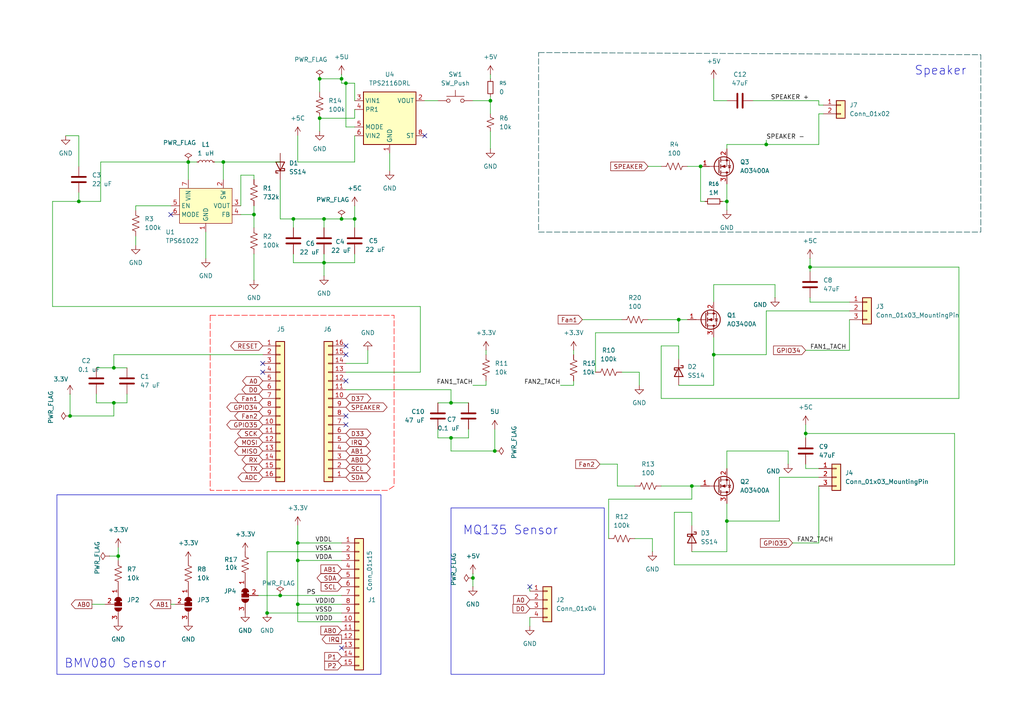
<source format=kicad_sch>
(kicad_sch (version 20250114) (generator "eeschema") (generator_version "9.0")
  (paper "A4")
  (title_block (rev "A4"))
  (rectangle (start 130.81 147.32) (end 175.26 195.58))
  (rectangle (start 16.51 143.51) (end 110.49 195.58))
  (text "BMV080 Sensor" (at 33.528 192.532 0) (effects (font (size 2.54 2.54))))
  (text "MQ135 Sensor" (at 148.082 153.924 0) (effects (font (size 2.54 2.54))))
  (text "Speaker" (at 272.796 20.574 0) (effects (font (size 2.54 2.54))))
  (junction (at 130.81 116.84))
  (junction (at 210.82 58.42))
  (junction (at 99.06 63.5))
  (junction (at 22.86 58.42))
  (junction (at 93.98 63.5))
  (junction (at 99.06 22.86))
  (junction (at 203.2 48.26))
  (junction (at 77.47 177.8))
  (junction (at 85.09 63.5))
  (junction (at 137.16 167.64))
  (junction (at 100.33 24.13))
  (junction (at 33.02 116.84))
  (junction (at 86.36 162.56))
  (junction (at 233.68 125.73))
  (junction (at 207.01 102.87))
  (junction (at 93.98 76.2))
  (junction (at 102.87 63.5))
  (junction (at 54.61 46.99))
  (junction (at 86.36 157.48))
  (junction (at 73.66 62.23))
  (junction (at 222.25 41.91))
  (junction (at 92.71 34.29))
  (junction (at 81.28 172.72))
  (junction (at 200.66 140.97))
  (junction (at 64.77 46.99))
  (junction (at 86.36 175.26))
  (junction (at 92.71 22.86))
  (junction (at 210.82 151.13))
  (junction (at 234.95 77.47))
  (junction (at 143.51 130.81))
  (junction (at 196.85 92.71))
  (junction (at 142.24 29.21))
  (junction (at 33.02 106.68))
  (junction (at 130.81 127))
  (junction (at 20.32 120.65))
  (junction (at 34.29 161.29))
  (no_connect (at 100.33 110.49))
  (no_connect (at 100.33 100.33))
  (no_connect (at 153.67 170.18))
  (no_connect (at 100.33 120.65))
  (no_connect (at 123.19 39.37))
  (no_connect (at 100.33 123.19))
  (no_connect (at 99.06 187.96))
  (no_connect (at 76.2 107.95))
  (no_connect (at 100.33 102.87))
  (no_connect (at 49.53 62.23))
  (no_connect (at 76.2 105.41))
  (wire (pts (xy 74.93 172.72) (xy 81.28 172.72)))
  (wire (pts (xy 229.87 157.48) (xy 237.49 157.48)))
  (wire (pts (xy 196.85 111.76) (xy 207.01 111.76)))
  (wire (pts (xy 77.47 160.02) (xy 77.47 177.8)))
  (wire (pts (xy 210.82 41.91) (xy 210.82 43.18)))
  (wire (pts (xy 210.82 160.02) (xy 210.82 151.13)))
  (wire (pts (xy 33.02 106.68) (xy 36.83 106.68)))
  (wire (pts (xy 69.85 62.23) (xy 73.66 62.23)))
  (wire (pts (xy 99.06 162.56) (xy 86.36 162.56)))
  (wire (pts (xy 203.2 58.42) (xy 204.47 58.42)))
  (wire (pts (xy 27.94 106.68) (xy 33.02 106.68)))
  (wire (pts (xy 207.01 29.21) (xy 210.82 29.21)))
  (wire (pts (xy 92.71 26.67) (xy 92.71 22.86)))
  (wire (pts (xy 15.24 58.42) (xy 22.86 58.42)))
  (wire (pts (xy 191.77 140.97) (xy 200.66 140.97)))
  (wire (pts (xy 81.28 44.45) (xy 81.28 46.99)))
  (wire (pts (xy 179.07 134.62) (xy 179.07 140.97)))
  (wire (pts (xy 33.02 120.65) (xy 33.02 116.84)))
  (wire (pts (xy 196.85 100.33) (xy 191.77 100.33)))
  (wire (pts (xy 34.29 158.75) (xy 34.29 161.29)))
  (wire (pts (xy 187.96 92.71) (xy 196.85 92.71)))
  (wire (pts (xy 54.61 46.99) (xy 54.61 52.07)))
  (wire (pts (xy 210.82 60.96) (xy 210.82 58.42)))
  (wire (pts (xy 102.87 59.69) (xy 102.87 63.5)))
  (wire (pts (xy 73.66 50.8) (xy 73.66 52.07)))
  (wire (pts (xy 27.94 114.3) (xy 27.94 116.84)))
  (wire (pts (xy 176.53 156.21) (xy 176.53 144.78)))
  (wire (pts (xy 222.25 102.87) (xy 207.01 102.87)))
  (wire (pts (xy 121.92 88.9) (xy 121.92 107.95)))
  (wire (pts (xy 81.28 172.72) (xy 99.06 172.72)))
  (wire (pts (xy 142.24 27.94) (xy 142.24 29.21)))
  (wire (pts (xy 102.87 63.5) (xy 102.87 66.04)))
  (wire (pts (xy 137.16 166.37) (xy 137.16 167.64)))
  (wire (pts (xy 233.68 101.6) (xy 246.38 101.6)))
  (wire (pts (xy 137.16 29.21) (xy 142.24 29.21)))
  (wire (pts (xy 30.48 175.26) (xy 26.67 175.26)))
  (wire (pts (xy 130.81 130.81) (xy 130.81 127)))
  (wire (pts (xy 102.87 76.2) (xy 93.98 76.2)))
  (wire (pts (xy 246.38 87.63) (xy 234.95 87.63)))
  (wire (pts (xy 59.69 67.31) (xy 59.69 74.93)))
  (wire (pts (xy 93.98 76.2) (xy 93.98 80.01)))
  (wire (pts (xy 203.2 48.26) (xy 203.2 58.42)))
  (wire (pts (xy 92.71 22.86) (xy 99.06 22.86)))
  (wire (pts (xy 142.24 29.21) (xy 142.24 33.02)))
  (wire (pts (xy 233.68 134.62) (xy 233.68 135.89)))
  (wire (pts (xy 121.92 107.95) (xy 100.33 107.95)))
  (wire (pts (xy 143.51 124.46) (xy 143.51 130.81)))
  (wire (pts (xy 130.81 127) (xy 135.89 127)))
  (wire (pts (xy 49.53 59.69) (xy 39.37 59.69)))
  (wire (pts (xy 81.28 63.5) (xy 85.09 63.5)))
  (wire (pts (xy 234.95 86.36) (xy 234.95 87.63)))
  (wire (pts (xy 100.33 105.41) (xy 106.68 105.41)))
  (wire (pts (xy 195.58 163.83) (xy 276.86 163.83)))
  (wire (pts (xy 100.33 24.13) (xy 100.33 36.83)))
  (wire (pts (xy 31.75 161.29) (xy 34.29 161.29)))
  (wire (pts (xy 93.98 73.66) (xy 93.98 76.2)))
  (wire (pts (xy 34.29 161.29) (xy 34.29 162.56)))
  (wire (pts (xy 127 127) (xy 130.81 127)))
  (wire (pts (xy 191.77 115.57) (xy 278.13 115.57)))
  (wire (pts (xy 233.68 125.73) (xy 233.68 127)))
  (wire (pts (xy 222.25 90.17) (xy 222.25 102.87)))
  (wire (pts (xy 207.01 111.76) (xy 207.01 102.87)))
  (wire (pts (xy 36.83 116.84) (xy 33.02 116.84)))
  (wire (pts (xy 276.86 163.83) (xy 276.86 125.73)))
  (wire (pts (xy 199.39 48.26) (xy 203.2 48.26)))
  (wire (pts (xy 69.85 59.69) (xy 69.85 50.8)))
  (wire (pts (xy 29.21 46.99) (xy 54.61 46.99)))
  (wire (pts (xy 33.02 116.84) (xy 27.94 116.84)))
  (wire (pts (xy 207.01 22.86) (xy 207.01 29.21)))
  (wire (pts (xy 278.13 77.47) (xy 234.95 77.47)))
  (wire (pts (xy 127 124.46) (xy 127 127)))
  (wire (pts (xy 85.09 76.2) (xy 93.98 76.2)))
  (wire (pts (xy 86.36 175.26) (xy 99.06 175.26)))
  (wire (pts (xy 100.33 24.13) (xy 99.06 24.13)))
  (wire (pts (xy 86.36 152.4) (xy 86.36 157.48)))
  (wire (pts (xy 195.58 148.59) (xy 195.58 163.83)))
  (wire (pts (xy 130.81 113.03) (xy 130.81 116.84)))
  (wire (pts (xy 200.66 148.59) (xy 200.66 152.4)))
  (wire (pts (xy 189.23 156.21) (xy 189.23 160.02)))
  (wire (pts (xy 99.06 63.5) (xy 102.87 63.5)))
  (wire (pts (xy 62.23 46.99) (xy 64.77 46.99)))
  (wire (pts (xy 64.77 52.07) (xy 64.77 46.99)))
  (wire (pts (xy 92.71 34.29) (xy 92.71 38.1)))
  (wire (pts (xy 224.79 82.55) (xy 224.79 86.36)))
  (wire (pts (xy 123.19 29.21) (xy 127 29.21)))
  (wire (pts (xy 99.06 21.59) (xy 99.06 22.86)))
  (wire (pts (xy 102.87 46.99) (xy 86.36 46.99)))
  (wire (pts (xy 237.49 33.02) (xy 238.76 33.02)))
  (wire (pts (xy 85.09 63.5) (xy 93.98 63.5)))
  (wire (pts (xy 33.02 102.87) (xy 76.2 102.87)))
  (wire (pts (xy 237.49 29.21) (xy 237.49 30.48)))
  (wire (pts (xy 142.24 22.86) (xy 142.24 21.59)))
  (wire (pts (xy 176.53 144.78) (xy 200.66 144.78)))
  (wire (pts (xy 102.87 24.13) (xy 102.87 29.21)))
  (wire (pts (xy 210.82 151.13) (xy 210.82 146.05)))
  (wire (pts (xy 210.82 41.91) (xy 222.25 41.91)))
  (wire (pts (xy 81.28 46.99) (xy 64.77 46.99)))
  (wire (pts (xy 86.36 180.34) (xy 86.36 175.26)))
  (wire (pts (xy 172.72 107.95) (xy 172.72 96.52)))
  (wire (pts (xy 200.66 160.02) (xy 210.82 160.02)))
  (wire (pts (xy 15.24 58.42) (xy 15.24 88.9)))
  (wire (pts (xy 22.86 48.26) (xy 22.86 39.37)))
  (wire (pts (xy 168.91 92.71) (xy 180.34 92.71)))
  (wire (pts (xy 226.06 151.13) (xy 210.82 151.13)))
  (wire (pts (xy 228.6 130.81) (xy 228.6 134.62)))
  (wire (pts (xy 200.66 148.59) (xy 195.58 148.59)))
  (wire (pts (xy 191.77 100.33) (xy 191.77 115.57)))
  (wire (pts (xy 196.85 100.33) (xy 196.85 104.14)))
  (wire (pts (xy 135.89 124.46) (xy 135.89 127)))
  (wire (pts (xy 207.01 102.87) (xy 207.01 97.79)))
  (wire (pts (xy 200.66 140.97) (xy 203.2 140.97)))
  (wire (pts (xy 180.34 107.95) (xy 185.42 107.95)))
  (wire (pts (xy 207.01 87.63) (xy 207.01 82.55)))
  (wire (pts (xy 73.66 73.66) (xy 73.66 81.28)))
  (wire (pts (xy 20.32 120.65) (xy 33.02 120.65)))
  (wire (pts (xy 210.82 130.81) (xy 228.6 130.81)))
  (wire (pts (xy 140.97 101.6) (xy 140.97 102.87)))
  (wire (pts (xy 200.66 144.78) (xy 200.66 140.97)))
  (wire (pts (xy 49.53 175.26) (xy 50.8 175.26)))
  (wire (pts (xy 246.38 92.71) (xy 246.38 101.6)))
  (wire (pts (xy 22.86 39.37) (xy 19.05 39.37)))
  (wire (pts (xy 39.37 68.58) (xy 39.37 71.12)))
  (wire (pts (xy 15.24 88.9) (xy 121.92 88.9)))
  (wire (pts (xy 54.61 46.99) (xy 57.15 46.99)))
  (wire (pts (xy 69.85 50.8) (xy 73.66 50.8)))
  (wire (pts (xy 226.06 138.43) (xy 226.06 151.13)))
  (wire (pts (xy 184.15 156.21) (xy 189.23 156.21)))
  (wire (pts (xy 210.82 135.89) (xy 210.82 130.81)))
  (wire (pts (xy 93.98 63.5) (xy 93.98 66.04)))
  (wire (pts (xy 130.81 116.84) (xy 127 116.84)))
  (wire (pts (xy 187.96 48.26) (xy 191.77 48.26)))
  (wire (pts (xy 196.85 96.52) (xy 196.85 92.71)))
  (wire (pts (xy 140.97 110.49) (xy 140.97 111.76)))
  (wire (pts (xy 166.37 101.6) (xy 166.37 102.87)))
  (wire (pts (xy 102.87 36.83) (xy 100.33 36.83)))
  (wire (pts (xy 113.03 44.45) (xy 113.03 49.53)))
  (wire (pts (xy 153.67 170.18) (xy 153.67 171.45)))
  (wire (pts (xy 246.38 90.17) (xy 222.25 90.17)))
  (wire (pts (xy 234.95 77.47) (xy 234.95 78.74)))
  (wire (pts (xy 210.82 58.42) (xy 210.82 53.34)))
  (wire (pts (xy 237.49 140.97) (xy 237.49 157.48)))
  (wire (pts (xy 20.32 114.3) (xy 20.32 120.65)))
  (wire (pts (xy 86.36 175.26) (xy 86.36 162.56)))
  (wire (pts (xy 29.21 46.99) (xy 29.21 58.42)))
  (wire (pts (xy 102.87 46.99) (xy 102.87 39.37)))
  (wire (pts (xy 86.36 162.56) (xy 86.36 157.48)))
  (wire (pts (xy 100.33 113.03) (xy 130.81 113.03)))
  (wire (pts (xy 81.28 52.07) (xy 81.28 63.5)))
  (wire (pts (xy 233.68 123.19) (xy 233.68 125.73)))
  (wire (pts (xy 85.09 63.5) (xy 85.09 66.04)))
  (wire (pts (xy 85.09 73.66) (xy 85.09 76.2)))
  (wire (pts (xy 36.83 114.3) (xy 36.83 116.84)))
  (wire (pts (xy 102.87 73.66) (xy 102.87 76.2)))
  (wire (pts (xy 237.49 30.48) (xy 238.76 30.48)))
  (wire (pts (xy 276.86 125.73) (xy 233.68 125.73)))
  (wire (pts (xy 73.66 62.23) (xy 73.66 66.04)))
  (wire (pts (xy 86.36 157.48) (xy 99.06 157.48)))
  (wire (pts (xy 166.37 110.49) (xy 166.37 111.76)))
  (wire (pts (xy 33.02 102.87) (xy 33.02 106.68)))
  (wire (pts (xy 99.06 22.86) (xy 99.06 24.13)))
  (wire (pts (xy 92.71 34.29) (xy 102.87 34.29)))
  (wire (pts (xy 196.85 92.71) (xy 199.39 92.71)))
  (wire (pts (xy 93.98 63.5) (xy 99.06 63.5)))
  (wire (pts (xy 173.99 134.62) (xy 179.07 134.62)))
  (wire (pts (xy 237.49 138.43) (xy 226.06 138.43)))
  (wire (pts (xy 234.95 74.93) (xy 234.95 77.47)))
  (wire (pts (xy 73.66 59.69) (xy 73.66 62.23)))
  (wire (pts (xy 278.13 115.57) (xy 278.13 77.47)))
  (wire (pts (xy 99.06 160.02) (xy 77.47 160.02)))
  (wire (pts (xy 140.97 111.76) (xy 137.16 111.76)))
  (wire (pts (xy 142.24 38.1) (xy 142.24 43.18)))
  (wire (pts (xy 153.67 179.07) (xy 153.67 181.61)))
  (wire (pts (xy 99.06 180.34) (xy 86.36 180.34)))
  (wire (pts (xy 137.16 167.64) (xy 137.16 170.18)))
  (wire (pts (xy 237.49 135.89) (xy 233.68 135.89)))
  (wire (pts (xy 209.55 58.42) (xy 210.82 58.42)))
  (wire (pts (xy 22.86 55.88) (xy 22.86 58.42)))
  (wire (pts (xy 166.37 111.76) (xy 162.56 111.76)))
  (wire (pts (xy 135.89 116.84) (xy 130.81 116.84)))
  (wire (pts (xy 222.25 40.64) (xy 222.25 41.91)))
  (wire (pts (xy 22.86 58.42) (xy 29.21 58.42)))
  (wire (pts (xy 222.25 41.91) (xy 237.49 41.91)))
  (wire (pts (xy 102.87 34.29) (xy 102.87 31.75)))
  (wire (pts (xy 106.68 105.41) (xy 106.68 101.6)))
  (wire (pts (xy 86.36 39.37) (xy 86.36 46.99)))
  (wire (pts (xy 185.42 107.95) (xy 185.42 111.76)))
  (wire (pts (xy 102.87 24.13) (xy 100.33 24.13)))
  (wire (pts (xy 218.44 29.21) (xy 237.49 29.21)))
  (wire (pts (xy 77.47 177.8) (xy 99.06 177.8)))
  (wire (pts (xy 172.72 96.52) (xy 196.85 96.52)))
  (wire (pts (xy 207.01 82.55) (xy 224.79 82.55)))
  (wire (pts (xy 179.07 140.97) (xy 184.15 140.97)))
  (wire (pts (xy 39.37 59.69) (xy 39.37 60.96)))
  (wire (pts (xy 237.49 41.91) (xy 237.49 33.02)))
  (wire (pts (xy 143.51 130.81) (xy 130.81 130.81)))
  (label "VDDIO" (at 91.44 175.26 0))
  (label "FAN1_TACH" (at 234.95 101.6 0))
  (label "VSSD" (at 91.44 177.8 0))
  (label "PS" (at 88.9 172.72 0))
  (label "SPEAKER -" (at 222.25 40.64 0))
  (label "VDDA" (at 91.44 162.56 0))
  (label "VDDD" (at 91.44 180.34 0))
  (label "VDDL" (at 91.44 157.48 0))
  (label "FAN2_TACH" (at 162.56 111.76 180))
  (label "SPEAKER +" (at 223.52 29.21 0))
  (label "VSSA" (at 91.44 160.02 0))
  (label "FAN2_TACH" (at 231.14 157.48 0))
  (label "FAN1_TACH" (at 137.16 111.76 180))
  (global_label "AB1" (shape input) (at 99.06 165.1 180) (property "Intersheetrefs" "${INTERSHEET_REFS}" (effects (hide yes))))
  (global_label "SCK" (shape bidirectional) (at 76.2 125.73 180) (property "Intersheetrefs" "${INTERSHEET_REFS}" (effects (hide yes))))
  (global_label "RX" (shape bidirectional) (at 76.2 133.35 180) (property "Intersheetrefs" "${INTERSHEET_REFS}" (effects (hide yes))))
  (global_label "D33" (shape bidirectional) (at 100.33 125.73 0) (property "Intersheetrefs" "${INTERSHEET_REFS}" (effects (hide yes))))
  (global_label "Fan2" (shape bidirectional) (at 76.2 120.65 180) (property "Intersheetrefs" "${INTERSHEET_REFS}" (effects (hide yes))))
  (global_label "SCL" (shape bidirectional) (at 100.33 135.89 0) (property "Intersheetrefs" "${INTERSHEET_REFS}" (effects (hide yes))))
  (global_label "D37" (shape bidirectional) (at 100.33 115.57 0) (property "Intersheetrefs" "${INTERSHEET_REFS}" (effects (hide yes))))
  (global_label "TX" (shape bidirectional) (at 76.2 135.89 180) (property "Intersheetrefs" "${INTERSHEET_REFS}" (effects (hide yes))))
  (global_label "IRQ" (shape bidirectional) (at 100.33 128.27 0) (property "Intersheetrefs" "${INTERSHEET_REFS}" (effects (hide yes))))
  (global_label "Fan2" (shape input) (at 173.99 134.62 180) (property "Intersheetrefs" "${INTERSHEET_REFS}" (effects (hide yes))))
  (global_label "P1" (shape input) (at 99.06 190.5 180) (property "Intersheetrefs" "${INTERSHEET_REFS}" (effects (hide yes))))
  (global_label "AB0" (shape input) (at 99.06 182.88 180) (property "Intersheetrefs" "${INTERSHEET_REFS}" (effects (hide yes))))
  (global_label "IRQ" (shape output) (at 99.06 185.42 180) (property "Intersheetrefs" "${INTERSHEET_REFS}" (effects (hide yes))))
  (global_label "GPIO34" (shape bidirectional) (at 76.2 118.11 180) (property "Intersheetrefs" "${INTERSHEET_REFS}" (effects (hide yes))))
  (global_label "AB1" (shape bidirectional) (at 100.33 130.81 0) (property "Intersheetrefs" "${INTERSHEET_REFS}" (effects (hide yes))))
  (global_label "SDA" (shape bidirectional) (at 100.33 138.43 0) (property "Intersheetrefs" "${INTERSHEET_REFS}" (effects (hide yes))))
  (global_label "D0" (shape bidirectional) (at 76.2 113.03 180) (property "Intersheetrefs" "${INTERSHEET_REFS}" (effects (hide yes))))
  (global_label "GPIO35" (shape input) (at 229.87 157.48 180) (property "Intersheetrefs" "${INTERSHEET_REFS}" (effects (hide yes))))
  (global_label "A0" (shape input) (at 153.67 173.99 180) (property "Intersheetrefs" "${INTERSHEET_REFS}" (effects (hide yes))))
  (global_label "Fan1" (shape bidirectional) (at 76.2 115.57 180) (property "Intersheetrefs" "${INTERSHEET_REFS}" (effects (hide yes))))
  (global_label "MISO" (shape bidirectional) (at 76.2 130.81 180) (property "Intersheetrefs" "${INTERSHEET_REFS}" (effects (hide yes))))
  (global_label "GPIO35" (shape bidirectional) (at 76.2 123.19 180) (property "Intersheetrefs" "${INTERSHEET_REFS}" (effects (hide yes))))
  (global_label "SCL" (shape input) (at 99.06 170.18 180) (property "Intersheetrefs" "${INTERSHEET_REFS}" (effects (hide yes))))
  (global_label "AB1" (shape output) (at 49.53 175.26 180) (property "Intersheetrefs" "${INTERSHEET_REFS}" (effects (hide yes))))
  (global_label "SPEAKER" (shape input) (at 187.96 48.26 180) (property "Intersheetrefs" "${INTERSHEET_REFS}" (effects (hide yes))))
  (global_label "GPIO34" (shape input) (at 233.68 101.6 180) (property "Intersheetrefs" "${INTERSHEET_REFS}" (effects (hide yes))))
  (global_label "Fan1" (shape input) (at 168.91 92.71 180) (property "Intersheetrefs" "${INTERSHEET_REFS}" (effects (hide yes))))
  (global_label "MOSI" (shape bidirectional) (at 76.2 128.27 180) (property "Intersheetrefs" "${INTERSHEET_REFS}" (effects (hide yes))))
  (global_label "RESET" (shape bidirectional) (at 76.2 100.33 180) (property "Intersheetrefs" "${INTERSHEET_REFS}" (effects (hide yes))))
  (global_label "ADC" (shape bidirectional) (at 76.2 138.43 180) (property "Intersheetrefs" "${INTERSHEET_REFS}" (effects (hide yes))))
  (global_label "AB0" (shape output) (at 26.67 175.26 180) (property "Intersheetrefs" "${INTERSHEET_REFS}" (effects (hide yes))))
  (global_label "AB0" (shape bidirectional) (at 100.33 133.35 0) (property "Intersheetrefs" "${INTERSHEET_REFS}" (effects (hide yes))))
  (global_label "D0" (shape input) (at 153.67 176.53 180) (property "Intersheetrefs" "${INTERSHEET_REFS}" (effects (hide yes))))
  (global_label "P2" (shape input) (at 99.06 193.04 180) (property "Intersheetrefs" "${INTERSHEET_REFS}" (effects (hide yes))))
  (global_label "A0" (shape bidirectional) (at 76.2 110.49 180) (property "Intersheetrefs" "${INTERSHEET_REFS}" (effects (hide yes))))
  (global_label "SPEAKER" (shape bidirectional) (at 100.33 118.11 0) (property "Intersheetrefs" "${INTERSHEET_REFS}" (effects (hide yes))))
  (global_label "SDA" (shape bidirectional) (at 99.06 167.64 180) (property "Intersheetrefs" "${INTERSHEET_REFS}" (effects (hide yes))))
  (rule_area (polyline (pts (xy 60.96 91.44) (xy 114.3 91.44) (xy 114.3 140.97) (xy 112.395 142.24) (xy 62.865 142.24) (xy 60.96 142.24)) (stroke (width 0) (type dash))))
  (rule_area (polyline (pts (xy 156.21 15.24) (xy 284.48 15.875) (xy 284.48 67.31) (xy 247.65 67.31) (xy 198.12 67.31) (xy 156.21 67.31)) (stroke (width 0) (type dash) (color 0 72 72 1))))
  (symbol (lib_id "power:PWR_FLAG") (at 54.61 46.99 0) (unit 1)
    (property "Reference" "#FLG02" (effects (hide yes)))
    (property "Value" "PWR_FLAG" (at 52.07 41.402 0))
    (property "Description" "Special symbol for telling ERC where power comes from" (effects (hide yes)))
  )
  (symbol (lib_id "power:GND") (at 92.71 38.1 0) (unit 1)
    (property "Reference" "#PWR034" (effects (hide yes)))
    (property "Value" "GND" (at 92.71 43.18 0))
    (property "Description" "Power symbol creates a global label with name \"GND\" , ground" (effects (hide yes)))
  )
  (symbol (lib_id "power:+3.3V") (at 140.97 101.6 0) (unit 1)
    (property "Reference" "#PWR024" (effects (hide yes)))
    (property "Value" "+3.3V" (at 140.97 96.52 0))
    (property "Description" "Power symbol creates a global label with name \"+3.3V\"" (effects (hide yes)))
  )
  (symbol (lib_id "Jumper:SolderJumper_3_Bridged12") (at 34.29 175.26 270) (unit 1) (in_bom no)
    (property "Reference" "JP2" (at 36.83 173.9899 90) (effects (justify left)))
    (property "Value" "SolderJumper_3_Bridged12" (effects (hide yes)))
    (property "Footprint" "Jumper:SolderJumper-3_P1.3mm_Bridged12_Pad1.0x1.5mm" (effects (hide yes)))
    (property "Description" "3-pole Solder Jumper, pins 1+2 closed/bridged" (effects (hide yes)))
  )
  (symbol (lib_id "power:PWR_FLAG") (at 143.51 130.81 270) (unit 1)
    (property "Reference" "#FLG06" (effects (hide yes)))
    (property "Value" "PWR_FLAG" (at 149.098 128.27 0))
    (property "Description" "Special symbol for telling ERC where power comes from" (effects (hide yes)))
  )
  (symbol (lib_id "power:+5V") (at 143.51 124.46 0) (mirror y) (unit 1)
    (property "Reference" "#PWR09" (effects (hide yes)))
    (property "Value" "5U" (at 143.51 119.38 0))
    (property "Description" "Power symbol creates a global label with name \"+5V\"" (effects (hide yes)))
  )
  (symbol (lib_id "power:PWR_FLAG") (at 99.06 63.5 0) (unit 1)
    (property "Reference" "#FLG04" (effects (hide yes)))
    (property "Value" "PWR_FLAG" (at 96.52 57.912 0))
    (property "Description" "Special symbol for telling ERC where power comes from" (effects (hide yes)))
  )
  (symbol (lib_id "power:+3.3V") (at 34.29 158.75 0) (unit 1)
    (property "Reference" "#PWR014" (effects (hide yes)))
    (property "Value" "+3.3V" (at 34.29 153.67 0))
    (property "Description" "Power symbol creates a global label with name \"+3.3V\"" (effects (hide yes)))
  )
  (symbol (lib_id "Device:R_US") (at 180.34 156.21 90) (unit 1)
    (property "Reference" "R12" (at 180.34 149.86 90))
    (property "Value" "100k" (at 180.34 152.4 90))
    (property "Footprint" "Resistor_SMD:R_0805_2012Metric_Pad1.20x1.40mm_HandSolder" (effects (hide yes)))
    (property "Description" "Resistor, US symbol" (effects (hide yes)))
  )
  (symbol (lib_id "power:+3.3V") (at 166.37 101.6 0) (unit 1)
    (property "Reference" "#PWR030" (effects (hide yes)))
    (property "Value" "+3.3V" (at 166.37 96.52 0))
    (property "Description" "Power symbol creates a global label with name \"+3.3V\"" (effects (hide yes)))
  )
  (symbol (lib_id "power:GND") (at 153.67 181.61 0) (unit 1)
    (property "Reference" "#PWR018" (effects (hide yes)))
    (property "Value" "GND" (at 153.67 186.69 0))
    (property "Description" "Power symbol creates a global label with name \"GND\" , ground" (effects (hide yes)))
  )
  (symbol (lib_id "power:PWR_FLAG") (at 92.71 22.86 0) (unit 1)
    (property "Reference" "#FLG03" (effects (hide yes)))
    (property "Value" "PWR_FLAG" (at 90.17 17.272 0))
    (property "Description" "Special symbol for telling ERC where power comes from" (effects (hide yes)))
  )
  (symbol (lib_id "Device:R_Small") (at 142.24 25.4 0) (unit 1)
    (property "Reference" "R5" (at 144.78 24.1299 0) (effects (font (size 1.016 1.016)) (justify left)))
    (property "Value" "0" (at 144.78 26.6699 0) (effects (justify left)))
    (property "Footprint" "Resistor_SMD:R_0805_2012Metric_Pad1.20x1.40mm_HandSolder" (effects (hide yes)))
    (property "Description" "Resistor, small symbol" (effects (hide yes)))
  )
  (symbol (lib_id "Connector_Generic:Conn_01x15") (at 104.14 175.26 0) (unit 1)
    (property "Reference" "J1" (at 106.68 173.9899 0) (effects (justify left)))
    (property "Value" "Conn_01x15" (at 107.188 171.45 90) (effects (justify left)))
    (property "Footprint" "Connector_FFC-FPC:Molex_200528-0130_1x13-1MP_P1.00mm_Horizontal" (effects (hide yes)))
    (property "Description" "Generic connector, single row, 01x15, script generated (kicad-library-utils/schlib/autogen/connector/)" (effects (hide yes)))
  )
  (symbol (lib_id "power:GND") (at 39.37 71.12 0) (unit 1)
    (property "Reference" "#PWR07" (effects (hide yes)))
    (property "Value" "GND" (at 39.37 76.2 0))
    (property "Description" "Power symbol creates a global label with name \"GND\" , ground" (effects (hide yes)))
  )
  (symbol (lib_id "Device:R_US") (at 166.37 106.68 180) (unit 1)
    (property "Reference" "R15" (at 168.91 105.4099 0) (effects (justify right)))
    (property "Value" "10k" (at 168.91 107.9499 0) (effects (justify right)))
    (property "Footprint" "Resistor_SMD:R_0805_2012Metric_Pad1.20x1.40mm_HandSolder" (effects (hide yes)))
    (property "Description" "Resistor, US symbol" (effects (hide yes)))
  )
  (symbol (lib_id "Transistor_FET:AO3400A") (at 208.28 48.26 0) (mirror x) (unit 1)
    (property "Reference" "Q3" (at 214.63 46.9899 0) (effects (justify left)))
    (property "Value" "AO3400A" (at 214.63 49.5299 0) (effects (justify left)))
    (property "Footprint" "Package_TO_SOT_SMD:SOT-23" (effects (hide yes)))
    (property "Datasheet" "http://www.aosmd.com/pdfs/datasheet/AO3400A.pdf" (effects (hide yes)))
    (property "Description" "30V Vds, 5.7A Id, N-Channel MOSFET, SOT-23" (effects (hide yes)))
  )
  (symbol (lib_id "Device:C") (at 22.86 52.07 0) (unit 1)
    (property "Reference" "C3" (at 26.67 50.7999 0) (effects (justify left)))
    (property "Value" "22 uF" (at 26.67 53.3399 0) (effects (justify left)))
    (property "Footprint" "Capacitor_SMD:C_0805_2012Metric_Pad1.18x1.45mm_HandSolder" (effects (hide yes)))
    (property "Description" "Unpolarized capacitor" (effects (hide yes)))
  )
  (symbol (lib_id "power:PWR_FLAG") (at 137.16 167.64 90) (mirror x) (unit 1)
    (property "Reference" "#FLG09" (effects (hide yes)))
    (property "Value" "PWR_FLAG" (at 131.572 165.1 0))
    (property "Description" "Special symbol for telling ERC where power comes from" (effects (hide yes)))
  )
  (symbol (lib_id "power:GND") (at 228.6 134.62 0) (unit 1)
    (property "Reference" "#PWR027" (effects (hide yes)))
    (property "Value" "GND" (at 224.282 136.652 0))
    (property "Description" "Power symbol creates a global label with name \"GND\" , ground" (effects (hide yes)))
  )
  (symbol (lib_id "Device:C") (at 214.63 29.21 90) (unit 1)
    (property "Reference" "C12" (at 214.63 21.59 90))
    (property "Value" "47uF" (at 214.63 24.13 90))
    (property "Footprint" "Capacitor_SMD:C_0805_2012Metric_Pad1.18x1.45mm_HandSolder" (effects (hide yes)))
    (property "Description" "Unpolarized capacitor" (effects (hide yes)))
  )
  (symbol (lib_id "Device:C") (at 27.94 110.49 0) (unit 1)
    (property "Reference" "C2" (at 23.622 104.648 0) (effects (justify left)))
    (property "Value" "0.1 uF" (at 22.606 107.188 0) (effects (justify left)))
    (property "Footprint" "Capacitor_SMD:C_0805_2012Metric_Pad1.18x1.45mm_HandSolder" (effects (hide yes)))
    (property "Description" "Unpolarized capacitor" (effects (hide yes)))
  )
  (symbol (lib_id "Device:R_Small_US") (at 142.24 35.56 0) (unit 1)
    (property "Reference" "R6" (at 144.78 34.2899 0) (effects (justify left)))
    (property "Value" "10k" (at 144.78 36.8299 0) (effects (justify left)))
    (property "Footprint" "Resistor_SMD:R_0805_2012Metric_Pad1.20x1.40mm_HandSolder" (effects (hide yes)))
    (property "Description" "Resistor, small US symbol" (effects (hide yes)))
  )
  (symbol (lib_id "power:+5V") (at 137.16 166.37 0) (unit 1)
    (property "Reference" "#PWR021" (effects (hide yes)))
    (property "Value" "+5V" (at 137.16 161.29 0))
    (property "Description" "Power symbol creates a global label with name \"+5V\"" (effects (hide yes)))
  )
  (symbol (lib_id "power:+5V") (at 207.01 22.86 0) (unit 1)
    (property "Reference" "#PWR035" (effects (hide yes)))
    (property "Value" "+5V" (at 207.01 17.78 0))
    (property "Description" "Power symbol creates a global label with name \"+5V\"" (effects (hide yes)))
  )
  (symbol (lib_id "power:GND") (at 224.79 86.36 0) (unit 1)
    (property "Reference" "#PWR023" (effects (hide yes)))
    (property "Value" "GND" (at 220.472 88.392 0))
    (property "Description" "Power symbol creates a global label with name \"GND\" , ground" (effects (hide yes)))
  )
  (symbol (lib_id "power:GND") (at 19.05 39.37 0) (unit 1)
    (property "Reference" "#PWR02" (effects (hide yes)))
    (property "Value" "GND" (at 19.05 44.45 0))
    (property "Description" "Power symbol creates a global label with name \"GND\" , ground" (effects (hide yes)))
  )
  (symbol (lib_id "power:GND") (at 34.29 180.34 0) (unit 1)
    (property "Reference" "#PWR012" (effects (hide yes)))
    (property "Value" "GND" (at 34.29 185.42 0))
    (property "Description" "Power symbol creates a global label with name \"GND\" , ground" (effects (hide yes)))
  )
  (symbol (lib_id "Device:C") (at 102.87 69.85 0) (unit 1)
    (property "Reference" "C5" (at 106.934 69.85 0) (effects (justify left)))
    (property "Value" "22 uF" (at 105.918 72.39 0) (effects (justify left)))
    (property "Footprint" "Capacitor_SMD:C_0805_2012Metric_Pad1.18x1.45mm_HandSolder" (effects (hide yes)))
    (property "Description" "Unpolarized capacitor" (effects (hide yes)))
  )
  (symbol (lib_id "Device:R_US") (at 140.97 106.68 180) (unit 1)
    (property "Reference" "R11" (at 143.51 105.4099 0) (effects (justify right)))
    (property "Value" "10k" (at 143.51 107.9499 0) (effects (justify right)))
    (property "Footprint" "Resistor_SMD:R_0805_2012Metric_Pad1.20x1.40mm_HandSolder" (effects (hide yes)))
    (property "Description" "Resistor, US symbol" (effects (hide yes)))
  )
  (symbol (lib_id "power:GND") (at 189.23 160.02 0) (unit 1)
    (property "Reference" "#PWR020" (effects (hide yes)))
    (property "Value" "GND" (at 189.23 165.1 0))
    (property "Description" "Power symbol creates a global label with name \"GND\" , ground" (effects (hide yes)))
  )
  (symbol (lib_id "Device:R_US") (at 92.71 30.48 180) (unit 1)
    (property "Reference" "R14" (at 95.25 29.2099 0) (effects (justify right)))
    (property "Value" "100k" (at 95.25 31.7499 0) (effects (justify right)))
    (property "Footprint" "Resistor_SMD:R_0805_2012Metric_Pad1.20x1.40mm_HandSolder" (effects (hide yes)))
    (property "Description" "Resistor, US symbol" (effects (hide yes)))
  )
  (symbol (lib_name "Conn_01x03_MountingPin_1") (lib_id "Connector_Generic_MountingPin:Conn_01x03_MountingPin") (at 251.46 90.17 0) (unit 1)
    (property "Reference" "J3" (at 254 88.8999 0) (effects (justify left)))
    (property "Value" "Conn_01x03_MountingPin" (at 254 91.4399 0) (effects (justify left)))
    (property "Footprint" "Connector_Molex:Molex_CLIK-Mate_502382-0370_1x03-1MP_P1.25mm_Vertical" (effects (hide yes)))
    (property "Description" "Generic connectable mounting pin connector, single row, 01x03, script generated (kicad-library-utils/schlib/autogen/connector/)" (effects (hide yes)))
  )
  (symbol (lib_id "Device:R_US") (at 195.58 48.26 90) (unit 1)
    (property "Reference" "R4" (at 195.58 41.91 90))
    (property "Value" "100" (at 195.58 44.45 90))
    (property "Footprint" "Resistor_SMD:R_0805_2012Metric_Pad1.20x1.40mm_HandSolder" (effects (hide yes)))
    (property "Description" "Resistor, US symbol" (effects (hide yes)))
  )
  (symbol (lib_id "Connector_Generic:Conn_01x16") (at 81.28 118.11 0) (unit 1)
    (property "Reference" "J5" (at 80.264 95.504 0) (effects (justify left)))
    (property "Value" "Conn_01x16" (effects (hide yes)))
    (property "Footprint" "Connector_PinSocket_2.00mm:PinSocket_1x16_P2.00mm_Vertical" (effects (hide yes)))
    (property "Description" "Generic connector, single row, 01x16, script generated (kicad-library-utils/schlib/autogen/connector/)" (effects (hide yes)))
  )
  (symbol (lib_id "power:GND") (at 142.24 43.18 0) (unit 1)
    (property "Reference" "#PWR010" (effects (hide yes)))
    (property "Value" "GND" (at 142.24 48.26 0))
    (property "Description" "Power symbol creates a global label with name \"GND\" , ground" (effects (hide yes)))
  )
  (symbol (lib_id "Device:C") (at 233.68 130.81 0) (unit 1)
    (property "Reference" "C9" (at 237.49 129.5399 0) (effects (justify left)))
    (property "Value" "47uF" (at 237.49 132.0799 0) (effects (justify left)))
    (property "Footprint" "Capacitor_SMD:C_0805_2012Metric_Pad1.18x1.45mm_HandSolder" (effects (hide yes)))
    (property "Description" "Unpolarized capacitor" (effects (hide yes)))
  )
  (symbol (lib_id "Connector_Generic:Conn_01x04") (at 158.75 173.99 0) (unit 1)
    (property "Reference" "J2" (at 161.29 173.9899 0) (effects (justify left)))
    (property "Value" "Conn_01x04" (at 161.29 176.5299 0) (effects (justify left)))
    (property "Footprint" "Connector_PinSocket_2.00mm:PinSocket_1x04_P2.00mm_Horizontal" (effects (hide yes)))
    (property "Description" "Generic connector, single row, 01x04, script generated (kicad-library-utils/schlib/autogen/connector/)" (effects (hide yes)))
  )
  (symbol (lib_id "power:GND") (at 137.16 170.18 0) (unit 1)
    (property "Reference" "#PWR019" (effects (hide yes)))
    (property "Value" "GND" (at 137.16 175.26 0))
    (property "Description" "Power symbol creates a global label with name \"GND\" , ground" (effects (hide yes)))
  )
  (symbol (lib_id "Device:C") (at 234.95 82.55 0) (unit 1)
    (property "Reference" "C8" (at 238.76 81.2799 0) (effects (justify left)))
    (property "Value" "47uF" (at 238.76 83.8199 0) (effects (justify left)))
    (property "Footprint" "Capacitor_SMD:C_0805_2012Metric_Pad1.18x1.45mm_HandSolder" (effects (hide yes)))
    (property "Description" "Unpolarized capacitor" (effects (hide yes)))
  )
  (symbol (lib_id "power:+5C") (at 102.87 59.69 0) (unit 1)
    (property "Reference" "#PWR03" (effects (hide yes)))
    (property "Value" "+5C" (at 102.87 54.61 0))
    (property "Description" "Power symbol creates a global label with name \"+5C\"" (effects (hide yes)))
  )
  (symbol (lib_id "Device:R_US") (at 34.29 166.37 0) (unit 1)
    (property "Reference" "R7" (at 36.83 165.0999 0) (effects (justify left)))
    (property "Value" "10k" (at 36.83 167.6399 0) (effects (justify left)))
    (property "Footprint" "Resistor_SMD:R_0805_2012Metric_Pad1.20x1.40mm_HandSolder" (effects (hide yes)))
    (property "Description" "Resistor, US symbol" (effects (hide yes)))
  )
  (symbol (lib_id "power:PWR_FLAG") (at 31.75 161.29 90) (unit 1)
    (property "Reference" "#FLG01" (effects (hide yes)))
    (property "Value" "PWR_FLAG" (at 28.194 161.798 0))
    (property "Description" "Special symbol for telling ERC where power comes from" (effects (hide yes)))
  )
  (symbol (lib_id "Converter_DCDC:TPS61022") (at 59.69 59.69 0) (unit 1)
    (property "Reference" "U1" (at 48.006 67.31 0) (effects (justify left)))
    (property "Value" "TPS61022" (at 48.006 69.85 0) (effects (justify left)))
    (property "Footprint" "Package_DFN_QFN:Texas_RWU0007A_VQFN-7_2x2mm_P0.5mm" (effects (hide yes)))
    (property "Datasheet" "https://www.ti.com/lit/ds/symlink/tps61022.pdf" (effects (hide yes)))
    (property "Description" "8A Boost Converter, 0.5-5.5 V input, 2.2-5.5V output, Texas RWU0007A VQFN-7" (effects (hide yes)))
  )
  (symbol (lib_id "Device:C") (at 36.83 110.49 0) (unit 1)
    (property "Reference" "C1" (at 40.64 109.2199 0) (effects (justify left)))
    (property "Value" "47 uF" (at 40.64 111.7599 0) (effects (justify left)))
    (property "Footprint" "Capacitor_SMD:C_0805_2012Metric_Pad1.18x1.45mm_HandSolder" (effects (hide yes)))
    (property "Description" "Unpolarized capacitor" (effects (hide yes)))
  )
  (symbol (lib_id "power:+5C") (at 234.95 74.93 0) (unit 1)
    (property "Reference" "#PWR025" (effects (hide yes)))
    (property "Value" "+5C" (at 234.95 69.85 0))
    (property "Description" "Power symbol creates a global label with name \"+5C\"" (effects (hide yes)))
  )
  (symbol (lib_id "Device:C") (at 85.09 69.85 0) (unit 1)
    (property "Reference" "C6" (at 88.646 70.612 0) (effects (justify left)))
    (property "Value" "22 uF" (at 86.868 73.152 0) (effects (justify left)))
    (property "Footprint" "Capacitor_SMD:C_0805_2012Metric_Pad1.18x1.45mm_HandSolder" (effects (hide yes)))
    (property "Description" "Unpolarized capacitor" (effects (hide yes)))
  )
  (symbol (lib_id "power:+3.3V") (at 86.36 152.4 0) (unit 1)
    (property "Reference" "#PWR037" (effects (hide yes)))
    (property "Value" "+3.3V" (at 86.36 147.32 0))
    (property "Description" "Power symbol creates a global label with name \"+3.3V\"" (effects (hide yes)))
  )
  (symbol (lib_id "Jumper:SolderJumper_3_Bridged12") (at 71.12 172.72 90) (mirror x) (unit 1) (in_bom no)
    (property "Reference" "JP4" (at 68.58 171.4499 90) (effects (justify left)))
    (property "Value" "SolderJumper_3_Bridged12" (effects (hide yes)))
    (property "Footprint" "Jumper:SolderJumper-3_P1.3mm_Bridged12_Pad1.0x1.5mm" (effects (hide yes)))
    (property "Description" "3-pole Solder Jumper, pins 1+2 closed/bridged" (effects (hide yes)))
  )
  (symbol (lib_id "power:+5C") (at 233.68 123.19 0) (unit 1)
    (property "Reference" "#PWR029" (effects (hide yes)))
    (property "Value" "+5C" (at 233.68 118.11 0))
    (property "Description" "Power symbol creates a global label with name \"+5C\"" (effects (hide yes)))
  )
  (symbol (lib_id "power:GND") (at 113.03 49.53 0) (unit 1)
    (property "Reference" "#PWR026" (effects (hide yes)))
    (property "Value" "GND" (at 113.03 54.61 0))
    (property "Description" "Power symbol creates a global label with name \"GND\" , ground" (effects (hide yes)))
  )
  (symbol (lib_id "power:GND") (at 71.12 177.8 0) (unit 1)
    (property "Reference" "#PWR016" (effects (hide yes)))
    (property "Value" "GND" (at 71.12 182.88 0))
    (property "Description" "Power symbol creates a global label with name \"GND\" , ground" (effects (hide yes)))
  )
  (symbol (lib_id "power:GND") (at 185.42 111.76 0) (unit 1)
    (property "Reference" "#PWR022" (effects (hide yes)))
    (property "Value" "GND" (at 185.42 116.84 0))
    (property "Description" "Power symbol creates a global label with name \"GND\" , ground" (effects (hide yes)))
  )
  (symbol (lib_id "Transistor_FET:AO3400A") (at 208.28 140.97 0) (mirror x) (unit 1)
    (property "Reference" "Q2" (at 214.63 139.6999 0) (effects (justify left)))
    (property "Value" "AO3400A" (at 214.63 142.2399 0) (effects (justify left)))
    (property "Footprint" "Package_TO_SOT_SMD:SOT-23" (effects (hide yes)))
    (property "Datasheet" "http://www.aosmd.com/pdfs/datasheet/AO3400A.pdf" (effects (hide yes)))
    (property "Description" "30V Vds, 5.7A Id, N-Channel MOSFET, SOT-23" (effects (hide yes)))
  )
  (symbol (lib_id "Device:R_US") (at 54.61 166.37 0) (unit 1)
    (property "Reference" "R8" (at 57.15 165.0999 0) (effects (justify left)))
    (property "Value" "10k" (at 57.15 167.6399 0) (effects (justify left)))
    (property "Footprint" "Resistor_SMD:R_0805_2012Metric_Pad1.20x1.40mm_HandSolder" (effects (hide yes)))
    (property "Description" "Resistor, US symbol" (effects (hide yes)))
  )
  (symbol (lib_id "Connector_Generic:Conn_01x02") (at 243.84 30.48 0) (unit 1)
    (property "Reference" "J7" (at 246.38 30.4799 0) (effects (justify left)))
    (property "Value" "Conn_01x02" (at 246.38 33.0199 0) (effects (justify left)))
    (property "Footprint" "Connector_JST:JST_EH_B2B-EH-A_1x02_P2.50mm_Vertical" (effects (hide yes)))
    (property "Description" "Generic connector, single row, 01x02, script generated (kicad-library-utils/schlib/autogen/connector/)" (effects (hide yes)))
  )
  (symbol (lib_id "Device:R_US") (at 184.15 92.71 90) (unit 1)
    (property "Reference" "R20" (at 184.15 86.36 90))
    (property "Value" "100" (at 184.15 88.9 90))
    (property "Footprint" "Resistor_SMD:R_0805_2012Metric_Pad1.20x1.40mm_HandSolder" (effects (hide yes)))
    (property "Description" "Resistor, US symbol" (effects (hide yes)))
  )
  (symbol (lib_id "Transistor_FET:AO3400A") (at 204.47 92.71 0) (mirror x) (unit 1)
    (property "Reference" "Q1" (at 210.82 91.4399 0) (effects (justify left)))
    (property "Value" "AO3400A" (at 210.82 93.9799 0) (effects (justify left)))
    (property "Footprint" "Package_TO_SOT_SMD:SOT-23" (effects (hide yes)))
    (property "Datasheet" "http://www.aosmd.com/pdfs/datasheet/AO3400A.pdf" (effects (hide yes)))
    (property "Description" "30V Vds, 5.7A Id, N-Channel MOSFET, SOT-23" (effects (hide yes)))
  )
  (symbol (lib_id "Jumper:SolderJumper_3_Bridged12") (at 54.61 175.26 270) (unit 1) (in_bom no)
    (property "Reference" "JP3" (at 57.15 173.9899 90) (effects (justify left)))
    (property "Value" "SolderJumper_3_Bridged12" (effects (hide yes)))
    (property "Footprint" "Jumper:SolderJumper-3_P1.3mm_Bridged12_Pad1.0x1.5mm" (effects (hide yes)))
    (property "Description" "3-pole Solder Jumper, pins 1+2 closed/bridged" (effects (hide yes)))
  )
  (symbol (lib_id "power:GND") (at 106.68 101.6 180) (unit 1)
    (property "Reference" "#PWR08" (effects (hide yes)))
    (property "Value" "GND" (at 106.68 96.52 0))
    (property "Description" "Power symbol creates a global label with name \"GND\" , ground" (effects (hide yes)))
  )
  (symbol (lib_id "power:+3.3V") (at 54.61 162.56 0) (unit 1)
    (property "Reference" "#PWR015" (effects (hide yes)))
    (property "Value" "+3.3V" (at 54.61 157.48 0))
    (property "Description" "Power symbol creates a global label with name \"+3.3V\"" (effects (hide yes)))
  )
  (symbol (lib_id "power:GND") (at 93.98 80.01 0) (unit 1)
    (property "Reference" "#PWR04" (effects (hide yes)))
    (property "Value" "GND" (at 93.98 85.09 0))
    (property "Description" "Power symbol creates a global label with name \"GND\" , ground" (effects (hide yes)))
  )
  (symbol (lib_id "power:GND") (at 210.82 60.96 0) (unit 1)
    (property "Reference" "#PWR011" (effects (hide yes)))
    (property "Value" "GND" (at 210.82 66.04 0))
    (property "Description" "Power symbol creates a global label with name \"GND\" , ground" (effects (hide yes)))
  )
  (symbol (lib_id "Diode:SS14") (at 200.66 156.21 270) (unit 1)
    (property "Reference" "D3" (at 203.2 154.6224 90) (effects (justify left)))
    (property "Value" "SS14" (at 203.2 157.1624 90) (effects (justify left)))
    (property "Footprint" "Diode_SMD:D_SMA" (effects (hide yes)))
    (property "Datasheet" "https://www.vishay.com/docs/88746/ss12.pdf" (effects (hide yes)))
    (property "Description" "40V 1A Schottky Diode, SMA" (effects (hide yes)))
  )
  (symbol (lib_id "Diode:SS14") (at 81.28 48.26 90) (unit 1)
    (property "Reference" "D1" (at 83.82 47.3074 90) (effects (justify right)))
    (property "Value" "SS14" (at 83.82 49.8474 90) (effects (justify right)))
    (property "Footprint" "Diode_SMD:D_SMA" (effects (hide yes)))
    (property "Datasheet" "https://www.vishay.com/docs/88746/ss12.pdf" (effects (hide yes)))
    (property "Description" "40V 1A Schottky Diode, SMA" (effects (hide yes)))
  )
  (symbol (lib_id "power:+5V") (at 99.06 21.59 0) (unit 1)
    (property "Reference" "#PWR032" (effects (hide yes)))
    (property "Value" "+5U" (at 99.06 16.51 0))
    (property "Description" "Power symbol creates a global label with name \"+5V\"" (effects (hide yes)))
  )
  (symbol (lib_id "power:GND") (at 54.61 180.34 0) (unit 1)
    (property "Reference" "#PWR013" (effects (hide yes)))
    (property "Value" "GND" (at 54.61 185.42 0))
    (property "Description" "Power symbol creates a global label with name \"GND\" , ground" (effects (hide yes)))
  )
  (symbol (lib_id "Device:R_US") (at 73.66 69.85 0) (unit 1)
    (property "Reference" "R2" (at 76.2 68.5799 0) (effects (justify left)))
    (property "Value" "100k" (at 76.2 71.1199 0) (effects (justify left)))
    (property "Footprint" "Resistor_SMD:R_0805_2012Metric_Pad1.20x1.40mm_HandSolder" (effects (hide yes)))
    (property "Description" "Resistor, US symbol" (effects (hide yes)))
  )
  (symbol (lib_id "power:+3.3V") (at 71.12 160.02 0) (unit 1)
    (property "Reference" "#PWR039" (effects (hide yes)))
    (property "Value" "+3.3V" (at 71.12 154.94 0))
    (property "Description" "Power symbol creates a global label with name \"+3.3V\"" (effects (hide yes)))
  )
  (symbol (lib_id "power:+5V") (at 20.32 114.3 0) (unit 1)
    (property "Reference" "#PWR01" (effects (hide yes)))
    (property "Value" "3.3V" (at 15.494 109.982 0) (effects (justify left)))
    (property "Description" "Power symbol creates a global label with name \"+5V\"" (effects (hide yes)))
  )
  (symbol (lib_id "Diode:SS14") (at 196.85 107.95 270) (unit 1)
    (property "Reference" "D2" (at 199.39 106.3624 90) (effects (justify left)))
    (property "Value" "SS14" (at 199.39 108.9024 90) (effects (justify left)))
    (property "Footprint" "Diode_SMD:D_SMA" (effects (hide yes)))
    (property "Datasheet" "https://www.vishay.com/docs/88746/ss12.pdf" (effects (hide yes)))
    (property "Description" "40V 1A Schottky Diode, SMA" (effects (hide yes)))
  )
  (symbol (lib_id "Device:L_Small") (at 59.69 46.99 90) (unit 1)
    (property "Reference" "L1" (at 59.69 41.91 90))
    (property "Value" "1 uH" (at 59.69 44.45 90))
    (property "Footprint" "Inductor_SMD:L_0805_2012Metric_Pad1.05x1.20mm_HandSolder" (effects (hide yes)))
    (property "Description" "Inductor, small symbol" (effects (hide yes)))
  )
  (symbol (lib_id "Device:R_US") (at 73.66 55.88 0) (unit 1)
    (property "Reference" "R1" (at 76.2 54.6099 0) (effects (justify left)))
    (property "Value" "732k" (at 76.2 57.1499 0) (effects (justify left)))
    (property "Footprint" "Resistor_SMD:R_0805_2012Metric_Pad1.20x1.40mm_HandSolder" (effects (hide yes)))
    (property "Description" "Resistor, US symbol" (effects (hide yes)))
  )
  (symbol (lib_id "Device:R_US") (at 176.53 107.95 90) (unit 1)
    (property "Reference" "R10" (at 176.53 101.6 90))
    (property "Value" "100k" (at 176.53 104.14 90))
    (property "Footprint" "Resistor_SMD:R_0805_2012Metric_Pad1.20x1.40mm_HandSolder" (effects (hide yes)))
    (property "Description" "Resistor, US symbol" (effects (hide yes)))
  )
  (symbol (lib_id "power:GND") (at 73.66 81.28 0) (unit 1)
    (property "Reference" "#PWR05" (effects (hide yes)))
    (property "Value" "GND" (at 73.66 86.36 0))
    (property "Description" "Power symbol creates a global label with name \"GND\" , ground" (effects (hide yes)))
  )
  (symbol (lib_id "Switch:SW_Push") (at 132.08 29.21 0) (unit 1)
    (property "Reference" "SW1" (at 132.08 21.59 0))
    (property "Value" "SW_Push" (at 132.08 24.13 0))
    (property "Footprint" "Button_Switch_SMD:SW_DIP_SPSTx01_Slide_6.7x4.1mm_W6.73mm_P2.54mm_LowProfile_JPin" (effects (hide yes)))
    (property "Description" "Push button switch, generic, two pins" (effects (hide yes)))
  )
  (symbol (lib_id "power:PWR_FLAG") (at 20.32 120.65 90) (mirror x) (unit 1)
    (property "Reference" "#FLG05" (effects (hide yes)))
    (property "Value" "PWR_FLAG" (at 14.732 118.11 0))
    (property "Description" "Special symbol for telling ERC where power comes from" (effects (hide yes)))
  )
  (symbol (lib_id "Connector_Generic:Conn_01x16") (at 95.25 120.65 180) (unit 1)
    (property "Reference" "J6" (at 94.996 95.504 0))
    (property "Value" "Conn_01x16" (effects (hide yes)))
    (property "Footprint" "Connector_PinSocket_2.00mm:PinSocket_1x16_P2.00mm_Vertical" (effects (hide yes)))
    (property "Description" "Generic connector, single row, 01x16, script generated (kicad-library-utils/schlib/autogen/connector/)" (effects (hide yes)))
  )
  (symbol (lib_name "Conn_01x03_MountingPin_1") (lib_id "Connector_Generic_MountingPin:Conn_01x03_MountingPin") (at 242.57 138.43 0) (unit 1)
    (property "Reference" "J4" (at 245.11 137.1599 0) (effects (justify left)))
    (property "Value" "Conn_01x03_MountingPin" (at 245.11 139.6999 0) (effects (justify left)))
    (property "Footprint" "Connector_Molex:Molex_CLIK-Mate_502382-0370_1x03-1MP_P1.25mm_Vertical" (effects (hide yes)))
    (property "Description" "Generic connectable mounting pin connector, single row, 01x03, script generated (kicad-library-utils/schlib/autogen/connector/)" (effects (hide yes)))
  )
  (symbol (lib_id "Device:C") (at 127 120.65 0) (mirror y) (unit 1)
    (property "Reference" "C10" (at 123.19 119.3799 0) (effects (justify left)))
    (property "Value" "47 uF" (at 123.19 121.9199 0) (effects (justify left)))
    (property "Footprint" "Capacitor_SMD:C_0805_2012Metric_Pad1.18x1.45mm_HandSolder" (effects (hide yes)))
    (property "Description" "Unpolarized capacitor" (effects (hide yes)))
  )
  (symbol (lib_id "Device:R_US") (at 71.12 163.83 0) (unit 1)
    (property "Reference" "R17" (at 65.024 162.306 0) (effects (justify left)))
    (property "Value" "10k" (at 65.278 164.592 0) (effects (justify left)))
    (property "Footprint" "Resistor_SMD:R_0805_2012Metric_Pad1.20x1.40mm_HandSolder" (effects (hide yes)))
    (property "Description" "Resistor, US symbol" (effects (hide yes)))
  )
  (symbol (lib_id "power:+5V") (at 142.24 21.59 0) (unit 1)
    (property "Reference" "#PWR028" (effects (hide yes)))
    (property "Value" "+5V" (at 142.24 16.51 0))
    (property "Description" "Power symbol creates a global label with name \"+5V\"" (effects (hide yes)))
  )
  (symbol (lib_id "Power_Management:TPS2116DRL") (at 113.03 34.29 0) (unit 1)
    (property "Reference" "U4" (at 113.03 21.59 0))
    (property "Value" "TPS2116DRL" (at 113.03 24.13 0))
    (property "Footprint" "Package_TO_SOT_SMD:SOT-583-8" (effects (hide yes)))
    (property "Datasheet" "https://www.ti.com/lit/ds/symlink/tps2116.pdf" (effects (hide yes)))
    (property "Description" "2 Channnels Power Mux with Manual and Priority Switchover, 1.6-5.5V Input Voltage, 2.5A Output Current, Ron 40 mOhm, SOT-583-8" (effects (hide yes)))
  )
  (symbol (lib_id "Device:C") (at 135.89 120.65 0) (mirror y) (unit 1)
    (property "Reference" "C7" (at 132.334 121.666 0) (effects (justify left)))
    (property "Value" "0.1 uF" (at 133.35 124.206 0) (effects (justify left)))
    (property "Footprint" "Capacitor_SMD:C_0805_2012Metric_Pad1.18x1.45mm_HandSolder" (effects (hide yes)))
    (property "Description" "Unpolarized capacitor" (effects (hide yes)))
  )
  (symbol (lib_id "Device:R_US") (at 187.96 140.97 90) (unit 1)
    (property "Reference" "R13" (at 187.96 134.62 90))
    (property "Value" "100" (at 187.96 137.16 90))
    (property "Footprint" "Resistor_SMD:R_0805_2012Metric_Pad1.20x1.40mm_HandSolder" (effects (hide yes)))
    (property "Description" "Resistor, US symbol" (effects (hide yes)))
  )
  (symbol (lib_id "Device:R_Small") (at 207.01 58.42 90) (unit 1)
    (property "Reference" "R16" (at 207.01 53.34 90) (effects (font (size 1.016 1.016))))
    (property "Value" "1M" (at 207.01 55.88 90))
    (property "Footprint" "Resistor_SMD:R_0805_2012Metric_Pad1.20x1.40mm_HandSolder" (effects (hide yes)))
    (property "Description" "Resistor, small symbol" (effects (hide yes)))
  )
  (symbol (lib_id "power:GND") (at 59.69 74.93 0) (unit 1)
    (property "Reference" "#PWR06" (effects (hide yes)))
    (property "Value" "GND" (at 59.69 80.01 0))
    (property "Description" "Power symbol creates a global label with name \"GND\" , ground" (effects (hide yes)))
  )
  (symbol (lib_id "power:+5C") (at 86.36 39.37 0) (unit 1)
    (property "Reference" "#PWR033" (effects (hide yes)))
    (property "Value" "+5C" (at 86.36 34.29 0))
    (property "Description" "Power symbol creates a global label with name \"+5C\"" (effects (hide yes)))
  )
  (symbol (lib_id "Device:R_US") (at 39.37 64.77 0) (unit 1)
    (property "Reference" "R3" (at 41.91 63.4999 0) (effects (justify left)))
    (property "Value" "100k" (at 41.91 66.0399 0) (effects (justify left)))
    (property "Footprint" "Resistor_SMD:R_0805_2012Metric_Pad1.20x1.40mm_HandSolder" (effects (hide yes)))
    (property "Description" "Resistor, US symbol" (effects (hide yes)))
  )
  (symbol (lib_id "Device:C") (at 93.98 69.85 0) (unit 1)
    (property "Reference" "C4" (at 97.282 70.104 0) (effects (justify left)))
    (property "Value" "22 uF" (at 96.012 72.644 0) (effects (justify left)))
    (property "Footprint" "Capacitor_SMD:C_0805_2012Metric_Pad1.18x1.45mm_HandSolder" (effects (hide yes)))
    (property "Description" "Unpolarized capacitor" (effects (hide yes)))
  )
  (symbol (lib_id "power:GND") (at 77.47 177.8 0) (unit 1)
    (property "Reference" "#PWR017" (effects (hide yes)))
    (property "Value" "GND" (at 77.47 182.88 0))
    (property "Description" "Power symbol creates a global label with name \"GND\" , ground" (effects (hide yes)))
  )
  (symbol (lib_id "power:PWR_FLAG") (at 81.28 172.72 0) (unit 1)
    (property "Reference" "#FLG08" (effects (hide yes)))
    (property "Value" "PWR_FLAG" (at 80.772 169.164 0))
    (property "Description" "Special symbol for telling ERC where power comes from" (effects (hide yes)))
  )
)
</source>
